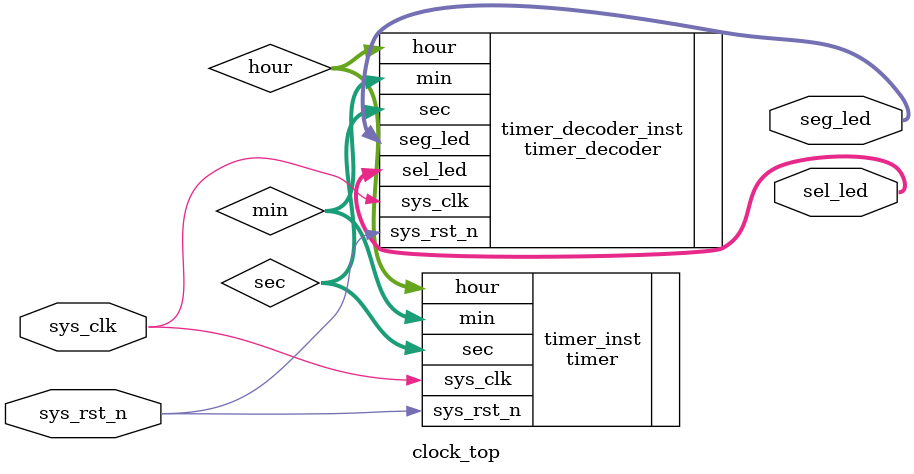
<source format=v>
module clock_top(
    input   wire            sys_clk     ,
    input   wire            sys_rst_n   ,

    output  wire [7: 0]     seg_led     ,
    output  wire [5: 0]     sel_led     
);
wire [4: 0] hour;
wire [5: 0] min ;
wire [5: 0] sec ;

timer   timer_inst(
.sys_clk       (sys_clk),
.sys_rst_n     (sys_rst_n),

.hour          (hour),
.min           (min),
.sec           (sec)
);  

timer_decoder   timer_decoder_inst(
.sys_clk       (sys_clk),
.sys_rst_n     (sys_rst_n),
.hour          (hour),
.min           (min),
.sec           (sec),

.seg_led       (seg_led),
.sel_led       (sel_led)
);

// defparam timer_inst.MAX = 5;//5 * 20 = 100ns
// defparam timer_inst.DAY = 864;//864 * 100 = 86400ns;
// defparam timer_decoder_inst.FPS = 10;//200ns;
endmodule 
</source>
